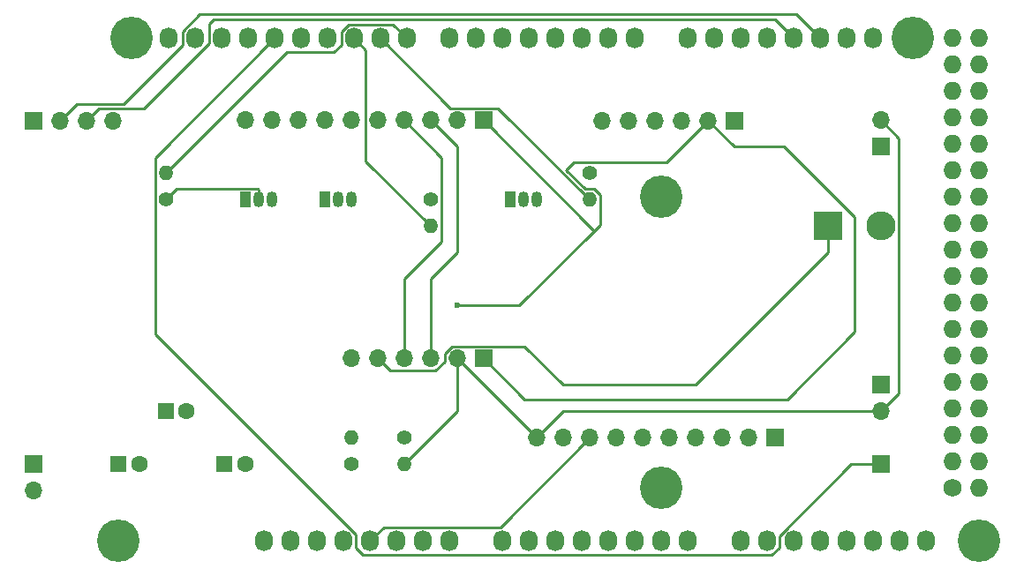
<source format=gbr>
%TF.GenerationSoftware,KiCad,Pcbnew,(6.0.4-0)*%
%TF.CreationDate,2022-06-10T18:36:52-07:00*%
%TF.ProjectId,sailface-mega-shield,7361696c-6661-4636-952d-6d6567612d73,rev?*%
%TF.SameCoordinates,Original*%
%TF.FileFunction,Copper,L2,Bot*%
%TF.FilePolarity,Positive*%
%FSLAX46Y46*%
G04 Gerber Fmt 4.6, Leading zero omitted, Abs format (unit mm)*
G04 Created by KiCad (PCBNEW (6.0.4-0)) date 2022-06-10 18:36:52*
%MOMM*%
%LPD*%
G01*
G04 APERTURE LIST*
%TA.AperFunction,ComponentPad*%
%ADD10O,1.700000X1.700000*%
%TD*%
%TA.AperFunction,ComponentPad*%
%ADD11R,1.700000X1.700000*%
%TD*%
%TA.AperFunction,ComponentPad*%
%ADD12R,2.800000X2.800000*%
%TD*%
%TA.AperFunction,ComponentPad*%
%ADD13O,2.800000X2.800000*%
%TD*%
%TA.AperFunction,ComponentPad*%
%ADD14C,1.400000*%
%TD*%
%TA.AperFunction,ComponentPad*%
%ADD15O,1.400000X1.400000*%
%TD*%
%TA.AperFunction,ComponentPad*%
%ADD16R,1.600000X1.600000*%
%TD*%
%TA.AperFunction,ComponentPad*%
%ADD17C,1.600000*%
%TD*%
%TA.AperFunction,ComponentPad*%
%ADD18O,1.050000X1.500000*%
%TD*%
%TA.AperFunction,ComponentPad*%
%ADD19R,1.050000X1.500000*%
%TD*%
%TA.AperFunction,ComponentPad*%
%ADD20C,1.727200*%
%TD*%
%TA.AperFunction,ComponentPad*%
%ADD21O,1.727200X1.727200*%
%TD*%
%TA.AperFunction,ComponentPad*%
%ADD22O,1.727200X2.032000*%
%TD*%
%TA.AperFunction,ComponentPad*%
%ADD23C,4.064000*%
%TD*%
%TA.AperFunction,ViaPad*%
%ADD24C,0.600000*%
%TD*%
%TA.AperFunction,Conductor*%
%ADD25C,0.250000*%
%TD*%
G04 APERTURE END LIST*
D10*
%TO.P,BAT_CURRENT_SENSOR,6,Pin_6*%
%TO.N,+12V*%
X139700000Y-101600000D03*
%TO.P,BAT_CURRENT_SENSOR,5,Pin_5*%
%TO.N,/BATTERY_IN*%
X142240000Y-101600000D03*
%TO.P,BAT_CURRENT_SENSOR,4,Pin_4*%
%TO.N,/SDA*%
X144780000Y-101600000D03*
%TO.P,BAT_CURRENT_SENSOR,3,Pin_3*%
%TO.N,/SCL*%
X147320000Y-101600000D03*
%TO.P,BAT_CURRENT_SENSOR,2,Pin_2*%
%TO.N,GND*%
X149860000Y-101600000D03*
D11*
%TO.P,BAT_CURRENT_SENSOR,1,Pin_1*%
%TO.N,+3V3*%
X152400000Y-101600000D03*
%TD*%
D12*
%TO.P,D1,1,K*%
%TO.N,/BATTERY_IN*%
X185420000Y-88900000D03*
D13*
%TO.P,D1,2,A*%
%TO.N,Net-(D1-Pad2)*%
X190500000Y-88900000D03*
%TD*%
D14*
%TO.P,R5,1*%
%TO.N,+12V*%
X139700000Y-111760000D03*
D15*
%TO.P,R5,2*%
%TO.N,/BAT_VOLTAGE_MONITOR*%
X139700000Y-109220000D03*
%TD*%
D14*
%TO.P,R4,1*%
%TO.N,/BAT_VOLTAGE_MONITOR*%
X144780000Y-109220000D03*
D15*
%TO.P,R4,2*%
%TO.N,GND*%
X144780000Y-111760000D03*
%TD*%
D14*
%TO.P,R3,1*%
%TO.N,Net-(MPU_TOGGLE1-Pad2)*%
X147320000Y-86360000D03*
D15*
%TO.P,R3,2*%
%TO.N,/MPU_ON*%
X147320000Y-88900000D03*
%TD*%
D14*
%TO.P,R2,1*%
%TO.N,Net-(BLUETOOTH_TOGGLE1-Pad2)*%
X162560000Y-83820000D03*
D15*
%TO.P,R2,2*%
%TO.N,/BLUETOOTH_ON*%
X162560000Y-86360000D03*
%TD*%
D14*
%TO.P,R1,1*%
%TO.N,Net-(GPS_TOGGLE1-Pad2)*%
X121920000Y-86360000D03*
D15*
%TO.P,R1,2*%
%TO.N,/GPS_ON*%
X121920000Y-83820000D03*
%TD*%
D11*
%TO.P,BATTERY,1,+*%
%TO.N,Net-(D1-Pad2)*%
X190500000Y-81280000D03*
D10*
%TO.P,BATTERY,2,-*%
%TO.N,GND*%
X190500000Y-78740000D03*
%TD*%
D11*
%TO.P,ARDUINO_POWER1,1,Pin_1*%
%TO.N,GND*%
X109220000Y-111760000D03*
D10*
%TO.P,ARDUINO_POWER1,2,Pin_2*%
%TO.N,+12V*%
X109220000Y-114300000D03*
%TD*%
D11*
%TO.P,MOTOR_PWM,1,Pin_1*%
%TO.N,/MOTOR_PWM*%
X190500000Y-111760000D03*
%TD*%
D10*
%TO.P,MOTOR_POWER,2,Pin_2*%
%TO.N,GND*%
X190500000Y-106680000D03*
D11*
%TO.P,MOTOR_POWER,1,Pin_1*%
%TO.N,+12V*%
X190500000Y-104140000D03*
%TD*%
D16*
%TO.P,C3,1*%
%TO.N,+12V*%
X121920000Y-106680000D03*
D17*
%TO.P,C3,2*%
%TO.N,GND*%
X123920000Y-106680000D03*
%TD*%
D16*
%TO.P,C2,1*%
%TO.N,+12V*%
X127540000Y-111760000D03*
D17*
%TO.P,C2,2*%
%TO.N,GND*%
X129540000Y-111760000D03*
%TD*%
D16*
%TO.P,C1,1*%
%TO.N,+12V*%
X117380000Y-111760000D03*
D17*
%TO.P,C1,2*%
%TO.N,GND*%
X119380000Y-111760000D03*
%TD*%
D18*
%TO.P,MPU_TOGGLE1,3,C*%
%TO.N,Net-(MPU1-Pad2)*%
X139700000Y-86360000D03*
%TO.P,MPU_TOGGLE1,2,B*%
%TO.N,Net-(MPU_TOGGLE1-Pad2)*%
X138430000Y-86360000D03*
D19*
%TO.P,MPU_TOGGLE1,1,E*%
%TO.N,GND*%
X137160000Y-86360000D03*
%TD*%
D18*
%TO.P,GPS_TOGGLE1,3,C*%
%TO.N,Net-(GPS1-Pad4)*%
X132080000Y-86360000D03*
%TO.P,GPS_TOGGLE1,2,B*%
%TO.N,Net-(GPS_TOGGLE1-Pad2)*%
X130810000Y-86360000D03*
D19*
%TO.P,GPS_TOGGLE1,1,E*%
%TO.N,GND*%
X129540000Y-86360000D03*
%TD*%
D18*
%TO.P,BLUETOOTH_TOGGLE1,3,C*%
%TO.N,Net-(BLUETOOTH1-Pad3)*%
X157480000Y-86360000D03*
%TO.P,BLUETOOTH_TOGGLE1,2,B*%
%TO.N,Net-(BLUETOOTH_TOGGLE1-Pad2)*%
X156210000Y-86360000D03*
D19*
%TO.P,BLUETOOTH_TOGGLE1,1,E*%
%TO.N,GND*%
X154940000Y-86360000D03*
%TD*%
D20*
%TO.P,P1,1,Pin_1*%
%TO.N,GND*%
X197358000Y-114046000D03*
D21*
%TO.P,P1,2,Pin_2*%
X199898000Y-114046000D03*
%TO.P,P1,3,Pin_3*%
%TO.N,/52(SCK)*%
X197358000Y-111506000D03*
%TO.P,P1,4,Pin_4*%
%TO.N,/53(SS)*%
X199898000Y-111506000D03*
%TO.P,P1,5,Pin_5*%
%TO.N,/50(MISO)*%
X197358000Y-108966000D03*
%TO.P,P1,6,Pin_6*%
%TO.N,/51(MOSI)*%
X199898000Y-108966000D03*
%TO.P,P1,7,Pin_7*%
%TO.N,/48*%
X197358000Y-106426000D03*
%TO.P,P1,8,Pin_8*%
%TO.N,/49*%
X199898000Y-106426000D03*
%TO.P,P1,9,Pin_9*%
%TO.N,/46*%
X197358000Y-103886000D03*
%TO.P,P1,10,Pin_10*%
%TO.N,/47*%
X199898000Y-103886000D03*
%TO.P,P1,11,Pin_11*%
%TO.N,/44*%
X197358000Y-101346000D03*
%TO.P,P1,12,Pin_12*%
%TO.N,/45*%
X199898000Y-101346000D03*
%TO.P,P1,13,Pin_13*%
%TO.N,/42*%
X197358000Y-98806000D03*
%TO.P,P1,14,Pin_14*%
%TO.N,/43*%
X199898000Y-98806000D03*
%TO.P,P1,15,Pin_15*%
%TO.N,/IRIDIUM_SLEEP*%
X197358000Y-96266000D03*
%TO.P,P1,16,Pin_16*%
%TO.N,/41*%
X199898000Y-96266000D03*
%TO.P,P1,17,Pin_17*%
%TO.N,/IRIDIUM_RING*%
X197358000Y-93726000D03*
%TO.P,P1,18,Pin_18*%
%TO.N,/39*%
X199898000Y-93726000D03*
%TO.P,P1,19,Pin_19*%
%TO.N,/36*%
X197358000Y-91186000D03*
%TO.P,P1,20,Pin_20*%
%TO.N,/37*%
X199898000Y-91186000D03*
%TO.P,P1,21,Pin_21*%
%TO.N,/34*%
X197358000Y-88646000D03*
%TO.P,P1,22,Pin_22*%
%TO.N,/35*%
X199898000Y-88646000D03*
%TO.P,P1,23,Pin_23*%
%TO.N,/32*%
X197358000Y-86106000D03*
%TO.P,P1,24,Pin_24*%
%TO.N,/33*%
X199898000Y-86106000D03*
%TO.P,P1,25,Pin_25*%
%TO.N,/30*%
X197358000Y-83566000D03*
%TO.P,P1,26,Pin_26*%
%TO.N,/31*%
X199898000Y-83566000D03*
%TO.P,P1,27,Pin_27*%
%TO.N,/28*%
X197358000Y-81026000D03*
%TO.P,P1,28,Pin_28*%
%TO.N,/29*%
X199898000Y-81026000D03*
%TO.P,P1,29,Pin_29*%
%TO.N,/26*%
X197358000Y-78486000D03*
%TO.P,P1,30,Pin_30*%
%TO.N,/27*%
X199898000Y-78486000D03*
%TO.P,P1,31,Pin_31*%
%TO.N,/24*%
X197358000Y-75946000D03*
%TO.P,P1,32,Pin_32*%
%TO.N,/25*%
X199898000Y-75946000D03*
%TO.P,P1,33,Pin_33*%
%TO.N,/22*%
X197358000Y-73406000D03*
%TO.P,P1,34,Pin_34*%
%TO.N,/23*%
X199898000Y-73406000D03*
%TO.P,P1,35,Pin_35*%
%TO.N,+5V*%
X197358000Y-70866000D03*
%TO.P,P1,36,Pin_36*%
X199898000Y-70866000D03*
%TD*%
D22*
%TO.P,P2,1,Pin_1*%
%TO.N,unconnected-(P2-Pad1)*%
X131318000Y-119126000D03*
%TO.P,P2,2,Pin_2*%
%TO.N,/IOREF*%
X133858000Y-119126000D03*
%TO.P,P2,3,Pin_3*%
%TO.N,/Reset*%
X136398000Y-119126000D03*
%TO.P,P2,4,Pin_4*%
%TO.N,+3V3*%
X138938000Y-119126000D03*
%TO.P,P2,5,Pin_5*%
%TO.N,+5V*%
X141478000Y-119126000D03*
%TO.P,P2,6,Pin_6*%
%TO.N,GND*%
X144018000Y-119126000D03*
%TO.P,P2,7,Pin_7*%
X146558000Y-119126000D03*
%TO.P,P2,8,Pin_8*%
%TO.N,/Vin*%
X149098000Y-119126000D03*
%TD*%
%TO.P,P3,1,Pin_1*%
%TO.N,/BAT_VOLTAGE_MONITOR*%
X154178000Y-119126000D03*
%TO.P,P3,2,Pin_2*%
%TO.N,/A1*%
X156718000Y-119126000D03*
%TO.P,P3,3,Pin_3*%
%TO.N,/A2*%
X159258000Y-119126000D03*
%TO.P,P3,4,Pin_4*%
%TO.N,/A3*%
X161798000Y-119126000D03*
%TO.P,P3,5,Pin_5*%
%TO.N,/A4*%
X164338000Y-119126000D03*
%TO.P,P3,6,Pin_6*%
%TO.N,/A5*%
X166878000Y-119126000D03*
%TO.P,P3,7,Pin_7*%
%TO.N,/A6*%
X169418000Y-119126000D03*
%TO.P,P3,8,Pin_8*%
%TO.N,/A7*%
X171958000Y-119126000D03*
%TD*%
%TO.P,P4,1,Pin_1*%
%TO.N,/A8*%
X177038000Y-119126000D03*
%TO.P,P4,2,Pin_2*%
%TO.N,/A9*%
X179578000Y-119126000D03*
%TO.P,P4,3,Pin_3*%
%TO.N,/A10*%
X182118000Y-119126000D03*
%TO.P,P4,4,Pin_4*%
%TO.N,/A11*%
X184658000Y-119126000D03*
%TO.P,P4,5,Pin_5*%
%TO.N,/A12*%
X187198000Y-119126000D03*
%TO.P,P4,6,Pin_6*%
%TO.N,/A13*%
X189738000Y-119126000D03*
%TO.P,P4,7,Pin_7*%
%TO.N,/A14*%
X192278000Y-119126000D03*
%TO.P,P4,8,Pin_8*%
%TO.N,/A15*%
X194818000Y-119126000D03*
%TD*%
%TO.P,P5,1,Pin_1*%
%TO.N,/SCL*%
X122174000Y-70866000D03*
%TO.P,P5,2,Pin_2*%
%TO.N,/SDA*%
X124714000Y-70866000D03*
%TO.P,P5,3,Pin_3*%
%TO.N,/AREF*%
X127254000Y-70866000D03*
%TO.P,P5,4,Pin_4*%
%TO.N,GND*%
X129794000Y-70866000D03*
%TO.P,P5,5,Pin_5*%
%TO.N,/MOTOR_PWM*%
X132334000Y-70866000D03*
%TO.P,P5,6,Pin_6*%
%TO.N,/12(\u002A\u002A)*%
X134874000Y-70866000D03*
%TO.P,P5,7,Pin_7*%
%TO.N,/11(\u002A\u002A)*%
X137414000Y-70866000D03*
%TO.P,P5,8,Pin_8*%
%TO.N,/MPU_ON*%
X139954000Y-70866000D03*
%TO.P,P5,9,Pin_9*%
%TO.N,/BLUETOOTH_ON*%
X142494000Y-70866000D03*
%TO.P,P5,10,Pin_10*%
%TO.N,/GPS_ON*%
X145034000Y-70866000D03*
%TD*%
%TO.P,P6,1,Pin_1*%
%TO.N,/7(\u002A\u002A)*%
X149098000Y-70866000D03*
%TO.P,P6,2,Pin_2*%
%TO.N,/6(\u002A\u002A)*%
X151638000Y-70866000D03*
%TO.P,P6,3,Pin_3*%
%TO.N,/5(\u002A\u002A)*%
X154178000Y-70866000D03*
%TO.P,P6,4,Pin_4*%
%TO.N,/4(\u002A\u002A)*%
X156718000Y-70866000D03*
%TO.P,P6,5,Pin_5*%
%TO.N,/3(\u002A\u002A)*%
X159258000Y-70866000D03*
%TO.P,P6,6,Pin_6*%
%TO.N,/2(\u002A\u002A)*%
X161798000Y-70866000D03*
%TO.P,P6,7,Pin_7*%
%TO.N,/1(Tx0)*%
X164338000Y-70866000D03*
%TO.P,P6,8,Pin_8*%
%TO.N,/0(Rx0)*%
X166878000Y-70866000D03*
%TD*%
%TO.P,P7,1,Pin_1*%
%TO.N,/IRIDIUM_RXD*%
X171958000Y-70866000D03*
%TO.P,P7,2,Pin_2*%
%TO.N,/IRIDIUM_TXD*%
X174498000Y-70866000D03*
%TO.P,P7,3,Pin_3*%
%TO.N,/BLUETOOTH_RXD*%
X177038000Y-70866000D03*
%TO.P,P7,4,Pin_4*%
%TO.N,/BLUETOOTH_TXD*%
X179578000Y-70866000D03*
%TO.P,P7,5,Pin_5*%
%TO.N,/GPS_RX*%
X182118000Y-70866000D03*
%TO.P,P7,6,Pin_6*%
%TO.N,/GPS_TX*%
X184658000Y-70866000D03*
%TO.P,P7,7,Pin_7*%
%TO.N,/20(SDA)*%
X187198000Y-70866000D03*
%TO.P,P7,8,Pin_8*%
%TO.N,/21(SCL)*%
X189738000Y-70866000D03*
%TD*%
D23*
%TO.P,P8,1,Pin_1*%
%TO.N,unconnected-(P8-Pad1)*%
X117348000Y-119126000D03*
%TD*%
%TO.P,P9,1,Pin_1*%
%TO.N,unconnected-(P9-Pad1)*%
X169418000Y-114046000D03*
%TD*%
%TO.P,P10,1,Pin_1*%
%TO.N,unconnected-(P10-Pad1)*%
X199898000Y-119126000D03*
%TD*%
%TO.P,P11,1,Pin_1*%
%TO.N,unconnected-(P11-Pad1)*%
X118618000Y-70866000D03*
%TD*%
%TO.P,P12,1,Pin_1*%
%TO.N,unconnected-(P12-Pad1)*%
X169418000Y-86106000D03*
%TD*%
%TO.P,P13,1,Pin_1*%
%TO.N,unconnected-(P13-Pad1)*%
X193548000Y-70866000D03*
%TD*%
D11*
%TO.P,MPU,1,Pin_1*%
%TO.N,+3V3*%
X152400000Y-78740000D03*
D10*
%TO.P,MPU,2,Pin_2*%
%TO.N,Net-(MPU1-Pad2)*%
X149860000Y-78740000D03*
%TO.P,MPU,3,Pin_3*%
%TO.N,/SCL*%
X147320000Y-78740000D03*
%TO.P,MPU,4,Pin_4*%
%TO.N,/SDA*%
X144780000Y-78740000D03*
%TO.P,MPU,5,Pin_5*%
%TO.N,unconnected-(MPU1-Pad5)*%
X142240000Y-78740000D03*
%TO.P,MPU,6,Pin_6*%
%TO.N,unconnected-(MPU1-Pad6)*%
X139700000Y-78740000D03*
%TO.P,MPU,7,Pin_7*%
%TO.N,unconnected-(MPU1-Pad7)*%
X137160000Y-78740000D03*
%TO.P,MPU,8,Pin_8*%
%TO.N,unconnected-(MPU1-Pad8)*%
X134620000Y-78740000D03*
%TO.P,MPU,9,Pin_9*%
%TO.N,unconnected-(MPU1-Pad9)*%
X132080000Y-78740000D03*
%TO.P,MPU,10,Pin_10*%
%TO.N,unconnected-(MPU1-Pad10)*%
X129540000Y-78740000D03*
%TD*%
D11*
%TO.P,BLUETOOTH,1,Pin_1*%
%TO.N,/BLUETOOTH_EN*%
X176505000Y-78765000D03*
D10*
%TO.P,BLUETOOTH,2,Pin_2*%
%TO.N,+3V3*%
X173965000Y-78765000D03*
%TO.P,BLUETOOTH,3,Pin_3*%
%TO.N,Net-(BLUETOOTH1-Pad3)*%
X171425000Y-78765000D03*
%TO.P,BLUETOOTH,4,Pin_4*%
%TO.N,unconnected-(BLUETOOTH1-Pad4)*%
X168885000Y-78765000D03*
%TO.P,BLUETOOTH,5,Pin_5*%
%TO.N,unconnected-(BLUETOOTH1-Pad5)*%
X166345000Y-78765000D03*
%TO.P,BLUETOOTH,6,Pin_6*%
%TO.N,unconnected-(BLUETOOTH1-Pad6)*%
X163805000Y-78765000D03*
%TD*%
D11*
%TO.P,IRIDIUM,1,Pin_1*%
%TO.N,/IRIDIUM_RXD*%
X180340000Y-109220000D03*
D10*
%TO.P,IRIDIUM,2,Pin_2*%
%TO.N,unconnected-(IRIDIUM1-Pad2)*%
X177800000Y-109220000D03*
%TO.P,IRIDIUM,3,Pin_3*%
%TO.N,unconnected-(IRIDIUM1-Pad3)*%
X175260000Y-109220000D03*
%TO.P,IRIDIUM,4,Pin_4*%
%TO.N,unconnected-(IRIDIUM1-Pad4)*%
X172720000Y-109220000D03*
%TO.P,IRIDIUM,5,Pin_5*%
%TO.N,/IRIDIUM_RING*%
X170180000Y-109220000D03*
%TO.P,IRIDIUM,6,Pin_6*%
%TO.N,/IRIDIUM_TXD*%
X167640000Y-109220000D03*
%TO.P,IRIDIUM,7,Pin_7*%
%TO.N,/IRIDIUM_SLEEP*%
X165100000Y-109220000D03*
%TO.P,IRIDIUM,8,Pin_8*%
%TO.N,+5V*%
X162560000Y-109220000D03*
%TO.P,IRIDIUM,9,Pin_9*%
%TO.N,unconnected-(IRIDIUM1-Pad9)*%
X160020000Y-109220000D03*
%TO.P,IRIDIUM,10,Pin_10*%
%TO.N,GND*%
X157480000Y-109220000D03*
%TD*%
%TO.P,GPS,4,Pin_4*%
%TO.N,Net-(GPS1-Pad4)*%
X116840000Y-78765000D03*
%TO.P,GPS,3,Pin_3*%
%TO.N,/GPS_RX*%
X114300000Y-78765000D03*
%TO.P,GPS,2,Pin_2*%
%TO.N,/GPS_TX*%
X111760000Y-78765000D03*
D11*
%TO.P,GPS,1,Pin_1*%
%TO.N,+3V3*%
X109220000Y-78765000D03*
%TD*%
D24*
%TO.N,+3V3*%
X149860000Y-96520000D03*
X149860000Y-96520000D03*
X149860000Y-96520000D03*
%TD*%
D25*
%TO.N,+3V3*%
X152400000Y-101600000D02*
X156305489Y-105505489D01*
X181514511Y-105505489D02*
X187960000Y-99060000D01*
X187960000Y-87990978D02*
X181249022Y-81280000D01*
X156305489Y-105505489D02*
X181514511Y-105505489D01*
X187960000Y-99060000D02*
X187960000Y-87990978D01*
X181249022Y-81280000D02*
X176480000Y-81280000D01*
X176480000Y-81280000D02*
X173965000Y-78765000D01*
X163584511Y-88791458D02*
X163017985Y-89357985D01*
X163017985Y-89357985D02*
X155855969Y-96520000D01*
X152400000Y-78740000D02*
X163017985Y-89357985D01*
%TO.N,Net-(GPS_TOGGLE1-Pad2)*%
X130810000Y-86360000D02*
X130810000Y-85360000D01*
X130810000Y-85360000D02*
X130735489Y-85285489D01*
X130735489Y-85285489D02*
X122994511Y-85285489D01*
X122994511Y-85285489D02*
X121920000Y-86360000D01*
%TO.N,/GPS_RX*%
X114300000Y-78765000D02*
X115474511Y-77590489D01*
X115474511Y-77590489D02*
X119822166Y-77590489D01*
%TO.N,/GPS_TX*%
X117895446Y-77140969D02*
X113384031Y-77140969D01*
X113384031Y-77140969D02*
X111760000Y-78765000D01*
%TO.N,/MOTOR_PWM*%
X120895489Y-82304511D02*
X120895489Y-82795489D01*
X120895489Y-82795489D02*
X120895489Y-99250834D01*
X132334000Y-70866000D02*
X120895489Y-82304511D01*
X120895489Y-99250834D02*
X140126120Y-118481465D01*
X140126120Y-118481465D02*
X140126120Y-119806120D01*
X180070136Y-120466520D02*
X180766120Y-119770535D01*
X180766120Y-118645225D02*
X187651345Y-111760000D01*
X140126120Y-119806120D02*
X140786520Y-120466520D01*
X140786520Y-120466520D02*
X180070136Y-120466520D01*
X180766120Y-119770535D02*
X180766120Y-118645225D01*
X187651345Y-111760000D02*
X190500000Y-111760000D01*
%TO.N,+3V3*%
X155855969Y-96520000D02*
X149860000Y-96520000D01*
X160337859Y-83502141D02*
X162171207Y-85335489D01*
X162984367Y-85335489D02*
X163584511Y-85935633D01*
X173965000Y-78765000D02*
X169934511Y-82795489D01*
X162171207Y-85335489D02*
X162984367Y-85335489D01*
X163584511Y-85935633D02*
X163584511Y-88791458D01*
X169934511Y-82795489D02*
X161044511Y-82795489D01*
X161044511Y-82795489D02*
X160337859Y-83502141D01*
%TO.N,/GPS_TX*%
X123525880Y-71510535D02*
X123525880Y-70221465D01*
X117895446Y-77140969D02*
X123525880Y-71510535D01*
X125167345Y-68580000D02*
X182372000Y-68580000D01*
X123525880Y-70221465D02*
X125167345Y-68580000D01*
X182372000Y-68580000D02*
X184658000Y-70866000D01*
%TO.N,+5V*%
X162560000Y-109220000D02*
X153994520Y-117785480D01*
X142818520Y-117785480D02*
X141478000Y-119126000D01*
X153994520Y-117785480D02*
X142818520Y-117785480D01*
%TO.N,/BATTERY_IN*%
X142240000Y-101600000D02*
X143414511Y-102774511D01*
X160020000Y-104140000D02*
X172720000Y-104140000D01*
X143414511Y-102774511D02*
X147806499Y-102774511D01*
X147806499Y-102774511D02*
X148685489Y-101895521D01*
X148685489Y-101895521D02*
X148685489Y-101113501D01*
X148685489Y-101113501D02*
X149373501Y-100425489D01*
X172720000Y-104140000D02*
X185420000Y-91440000D01*
X149373501Y-100425489D02*
X156305489Y-100425489D01*
X185420000Y-91440000D02*
X185420000Y-88900000D01*
X156305489Y-100425489D02*
X160020000Y-104140000D01*
%TO.N,/SDA*%
X144780000Y-78740000D02*
X148344511Y-82304511D01*
X148344511Y-82304511D02*
X148344511Y-90415489D01*
X148344511Y-90415489D02*
X144780000Y-93980000D01*
X144780000Y-93980000D02*
X144780000Y-101600000D01*
%TO.N,/SCL*%
X147320000Y-93980000D02*
X147320000Y-101600000D01*
X149860000Y-81280000D02*
X149860000Y-91440000D01*
X147320000Y-78740000D02*
X149860000Y-81280000D01*
X149860000Y-91440000D02*
X147320000Y-93980000D01*
%TO.N,/GPS_RX*%
X119822166Y-77590489D02*
X126065880Y-71346775D01*
X180327960Y-69075960D02*
X182118000Y-70866000D01*
X126065880Y-71346775D02*
X126065880Y-69514120D01*
X126065880Y-69514120D02*
X126504040Y-69075960D01*
X126504040Y-69075960D02*
X180327960Y-69075960D01*
%TO.N,/MOTOR_PWM*%
X190500000Y-111760000D02*
X190429489Y-111689489D01*
%TO.N,GND*%
X160020000Y-106680000D02*
X190500000Y-106680000D01*
X157480000Y-109220000D02*
X160020000Y-106680000D01*
X149860000Y-101600000D02*
X149860000Y-106680000D01*
X149860000Y-106680000D02*
X144780000Y-111760000D01*
X157480000Y-109220000D02*
X149860000Y-101600000D01*
X190500000Y-106680000D02*
X192224511Y-104955489D01*
X192224511Y-104955489D02*
X192224511Y-80464511D01*
X192224511Y-80464511D02*
X190500000Y-78740000D01*
%TO.N,/GPS_ON*%
X121920000Y-83820000D02*
X133533480Y-72206520D01*
X143693480Y-69525480D02*
X145034000Y-70866000D01*
X133533480Y-72206520D02*
X138069895Y-72206520D01*
X138765880Y-70221465D02*
X139461865Y-69525480D01*
X138765880Y-71510535D02*
X138765880Y-70221465D01*
X138069895Y-72206520D02*
X138765880Y-71510535D01*
X139461865Y-69525480D02*
X143693480Y-69525480D01*
%TO.N,/MPU_ON*%
X139954000Y-70866000D02*
X141065489Y-71977489D01*
X141065489Y-82645489D02*
X147320000Y-88900000D01*
X141065489Y-71977489D02*
X141065489Y-82645489D01*
%TO.N,/BLUETOOTH_ON*%
X142494000Y-70866000D02*
X149193489Y-77565489D01*
X149193489Y-77565489D02*
X153765489Y-77565489D01*
X153765489Y-77565489D02*
X162560000Y-86360000D01*
%TD*%
M02*

</source>
